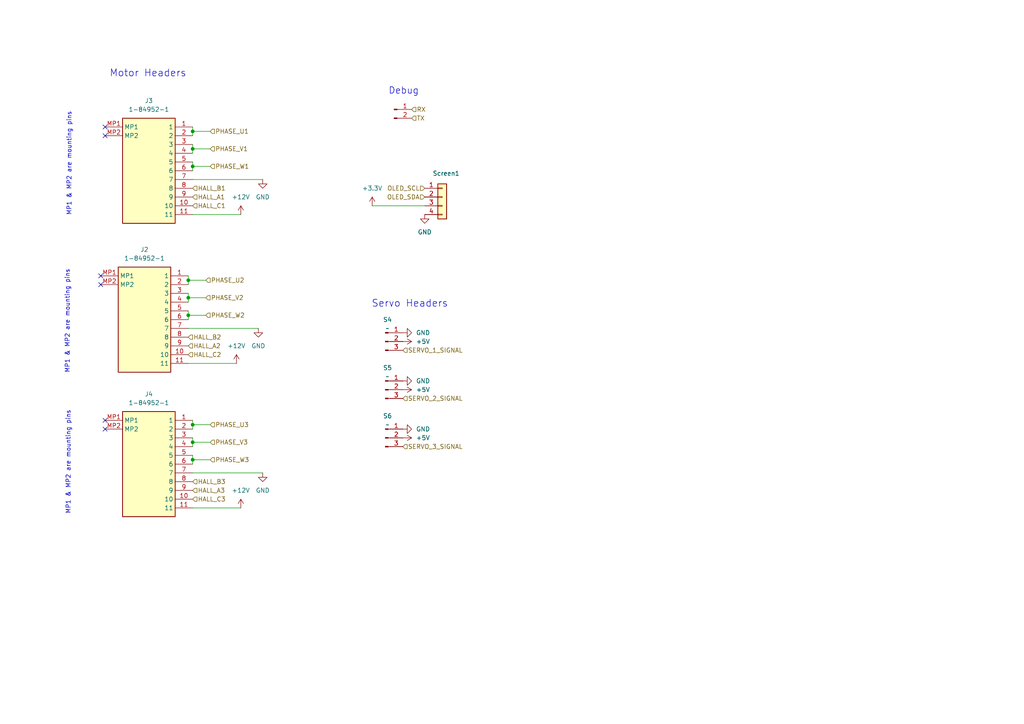
<source format=kicad_sch>
(kicad_sch (version 20231120) (generator "eeschema") (generator_version "8.0")
  (paper "A4")
  (lib_symbols
    (symbol "1-84952-1:1-84952-1"
      (property "Reference" "J" (at 21.59 7.62 0))
      (property "Value" "1-84952-1" (at 21.59 5.08 0))
      (symbol "1-84952-1_1_1"
        (rectangle (start 5.08 2.54) (end 20.32 -27.94) (stroke (width 0.254)) (fill (type background)))
        (pin passive line (at 25.4 0 180) (length 5.08) (name "1") (number "1"))
        (pin passive line (at 25.4 -22.86 180) (length 5.08) (name "10") (number "10"))
        (pin passive line (at 25.4 -25.4 180) (length 5.08) (name "11") (number "11"))
        (pin passive line (at 25.4 -2.54 180) (length 5.08) (name "2") (number "2"))
        (pin passive line (at 25.4 -5.08 180) (length 5.08) (name "3") (number "3"))
        (pin passive line (at 25.4 -7.62 180) (length 5.08) (name "4") (number "4"))
        (pin passive line (at 25.4 -10.16 180) (length 5.08) (name "5") (number "5"))
        (pin passive line (at 25.4 -12.7 180) (length 5.08) (name "6") (number "6"))
        (pin passive line (at 25.4 -15.24 180) (length 5.08) (name "7") (number "7"))
        (pin passive line (at 25.4 -17.78 180) (length 5.08) (name "8") (number "8"))
        (pin passive line (at 25.4 -20.32 180) (length 5.08) (name "9") (number "9"))
        (pin passive line (at 0 0 0) (length 5.08) (name "MP1") (number "MP1"))
        (pin passive line (at 0 -2.54 0) (length 5.08) (name "MP2") (number "MP2"))
      )
    )
    (symbol "Connector:Conn_01x02_Pin" (pin_names (offset 1.016) hide)
      (property "Reference" "J" (at 0 2.54 0))
      (property "Value" "Conn_01x02_Pin" (at 0 -5.08 0))
      (symbol "Conn_01x02_Pin_1_1"
        (polyline (pts (xy 1.27 -2.54) (xy 0.8636 -2.54)) (stroke (width 0.1524)))
        (polyline (pts (xy 1.27 0) (xy 0.8636 0)) (stroke (width 0.1524)))
        (rectangle (start 0.8636 -2.413) (end 0 -2.667) (stroke (width 0.1524)) (fill (type outline)))
        (rectangle (start 0.8636 0.127) (end 0 -0.127) (stroke (width 0.1524)) (fill (type outline)))
        (pin passive line (at 5.08 0 180) (length 3.81) (name "Pin_1") (number "1"))
        (pin passive line (at 5.08 -2.54 180) (length 3.81) (name "Pin_2") (number "2"))
      )
    )
    (symbol "Connector:Conn_01x03_Pin" (pin_names (offset 1.016) hide)
      (property "Reference" "J" (at 0 5.08 0))
      (property "Value" "Conn_01x03_Pin" (at 0 -5.08 0))
      (symbol "Conn_01x03_Pin_1_1"
        (polyline (pts (xy 1.27 -2.54) (xy 0.8636 -2.54)) (stroke (width 0.1524)))
        (polyline (pts (xy 1.27 0) (xy 0.8636 0)) (stroke (width 0.1524)))
        (polyline (pts (xy 1.27 2.54) (xy 0.8636 2.54)) (stroke (width 0.1524)))
        (rectangle (start 0.8636 -2.413) (end 0 -2.667) (stroke (width 0.1524)) (fill (type outline)))
        (rectangle (start 0.8636 0.127) (end 0 -0.127) (stroke (width 0.1524)) (fill (type outline)))
        (rectangle (start 0.8636 2.667) (end 0 2.413) (stroke (width 0.1524)) (fill (type outline)))
        (pin passive line (at 5.08 2.54 180) (length 3.81) (name "Pin_1") (number "1"))
        (pin passive line (at 5.08 0 180) (length 3.81) (name "Pin_2") (number "2"))
        (pin passive line (at 5.08 -2.54 180) (length 3.81) (name "Pin_3") (number "3"))
      )
    )
    (symbol "Connector_Generic:Conn_01x04" (pin_names (offset 1.016) hide)
      (property "Reference" "J" (at 0 5.08 0))
      (property "Value" "Conn_01x04" (at 0 -7.62 0))
      (symbol "Conn_01x04_1_1"
        (rectangle (start -1.27 -4.953) (end 0 -5.207) (stroke (width 0.1524)))
        (rectangle (start -1.27 -2.413) (end 0 -2.667) (stroke (width 0.1524)))
        (rectangle (start -1.27 0.127) (end 0 -0.127) (stroke (width 0.1524)))
        (rectangle (start -1.27 2.667) (end 0 2.413) (stroke (width 0.1524)))
        (rectangle (start -1.27 3.81) (end 1.27 -6.35) (stroke (width 0.254)) (fill (type background)))
        (pin passive line (at -5.08 2.54 0) (length 3.81) (name "Pin_1") (number "1"))
        (pin passive line (at -5.08 0 0) (length 3.81) (name "Pin_2") (number "2"))
        (pin passive line (at -5.08 -2.54 0) (length 3.81) (name "Pin_3") (number "3"))
        (pin passive line (at -5.08 -5.08 0) (length 3.81) (name "Pin_4") (number "4"))
      )
    )
    (symbol "power:+12V" (power) (pin_numbers hide) (pin_names (offset 0) hide)
      (property "Value" "+12V" (at 0 3.556 0))
      (symbol "+12V_0_1"
        (polyline (pts (xy -0.762 1.27) (xy 0 2.54)))
        (polyline (pts (xy 0 0) (xy 0 2.54)))
        (polyline (pts (xy 0 2.54) (xy 0.762 1.27)))
      )
      (symbol "+12V_1_1"
        (pin power_in line (at 0 0 90) (length 0) (name "~") (number "1"))
      )
    )
    (symbol "power:+3.3V" (power) (pin_numbers hide) (pin_names (offset 0) hide)
      (property "Value" "+3.3V" (at 0 3.556 0))
      (symbol "+3.3V_0_1"
        (polyline (pts (xy -0.762 1.27) (xy 0 2.54)))
        (polyline (pts (xy 0 0) (xy 0 2.54)))
        (polyline (pts (xy 0 2.54) (xy 0.762 1.27)))
      )
      (symbol "+3.3V_1_1"
        (pin power_in line (at 0 0 90) (length 0) (name "~") (number "1"))
      )
    )
    (symbol "power:+5V" (power) (pin_numbers hide) (pin_names (offset 0) hide)
      (property "Value" "+5V" (at 0 3.556 0))
      (symbol "+5V_0_1"
        (polyline (pts (xy -0.762 1.27) (xy 0 2.54)))
        (polyline (pts (xy 0 0) (xy 0 2.54)))
        (polyline (pts (xy 0 2.54) (xy 0.762 1.27)))
      )
      (symbol "+5V_1_1"
        (pin power_in line (at 0 0 90) (length 0) (name "~") (number "1"))
      )
    )
    (symbol "power:GND" (power) (pin_numbers hide) (pin_names (offset 0) hide)
      (property "Value" "GND" (at 0 -3.81 0))
      (symbol "GND_0_1"
        (polyline (pts (xy 0 0) (xy 0 -1.27) (xy 1.27 -1.27) (xy 0 -2.54) (xy -1.27 -1.27) (xy 0 -1.27)))
      )
      (symbol "GND_1_1"
        (pin power_in line (at 0 0 270) (length 0) (name "~") (number "1"))
      )
    )
  )
  (junction (at 55.88 133.35))
  (junction (at 55.88 48.26))
  (junction (at 54.61 86.36))
  (junction (at 55.88 123.19))
  (junction (at 55.88 38.1))
  (junction (at 54.61 81.28))
  (junction (at 55.88 43.18))
  (junction (at 54.61 91.44))
  (junction (at 55.88 128.27))
  (no_connect (at 29.21 80.01))
  (no_connect (at 30.48 121.92))
  (no_connect (at 30.48 36.83))
  (no_connect (at 30.48 39.37))
  (no_connect (at 30.48 124.46))
  (no_connect (at 29.21 82.55))
  (wire (pts (xy 54.61 86.36) (xy 54.61 87.63)))
  (wire (pts (xy 59.69 81.28) (xy 54.61 81.28)))
  (wire (pts (xy 55.88 121.92) (xy 55.88 123.19)))
  (wire (pts (xy 60.96 48.26) (xy 55.88 48.26)))
  (wire (pts (xy 60.96 128.27) (xy 55.88 128.27)))
  (wire (pts (xy 60.96 133.35) (xy 55.88 133.35)))
  (wire (pts (xy 55.88 43.18) (xy 55.88 44.45)))
  (wire (pts (xy 54.61 81.28) (xy 54.61 82.55)))
  (wire (pts (xy 60.96 123.19) (xy 55.88 123.19)))
  (wire (pts (xy 68.58 105.41) (xy 54.61 105.41)))
  (wire (pts (xy 55.88 127) (xy 55.88 128.27)))
  (wire (pts (xy 60.96 38.1) (xy 55.88 38.1)))
  (wire (pts (xy 55.88 128.27) (xy 55.88 129.54)))
  (wire (pts (xy 55.88 46.99) (xy 55.88 48.26)))
  (wire (pts (xy 54.61 80.01) (xy 54.61 81.28)))
  (wire (pts (xy 54.61 95.25) (xy 74.93 95.25)))
  (wire (pts (xy 55.88 123.19) (xy 55.88 124.46)))
  (wire (pts (xy 60.96 43.18) (xy 55.88 43.18)))
  (wire (pts (xy 55.88 137.16) (xy 76.2 137.16)))
  (wire (pts (xy 69.85 62.23) (xy 55.88 62.23)))
  (wire (pts (xy 55.88 48.26) (xy 55.88 49.53)))
  (wire (pts (xy 59.69 91.44) (xy 54.61 91.44)))
  (wire (pts (xy 54.61 85.09) (xy 54.61 86.36)))
  (wire (pts (xy 55.88 132.08) (xy 55.88 133.35)))
  (wire (pts (xy 54.61 90.17) (xy 54.61 91.44)))
  (wire (pts (xy 59.69 86.36) (xy 54.61 86.36)))
  (wire (pts (xy 55.88 36.83) (xy 55.88 38.1)))
  (wire (pts (xy 54.61 91.44) (xy 54.61 92.71)))
  (wire (pts (xy 55.88 52.07) (xy 76.2 52.07)))
  (wire (pts (xy 55.88 133.35) (xy 55.88 134.62)))
  (wire (pts (xy 107.95 59.69) (xy 123.19 59.69)))
  (wire (pts (xy 55.88 38.1) (xy 55.88 39.37)))
  (wire (pts (xy 55.88 41.91) (xy 55.88 43.18)))
  (wire (pts (xy 69.85 147.32) (xy 55.88 147.32)))
  (text "MP1 & MP2 are mounting pins" (at 19.558 93.218 90) (effects (font (size 1.27 1.27))))
  (text "MP1 & MP2 are mounting pins" (at 20.066 47.498 90) (effects (font (size 1.27 1.27))))
  (text "Motor Headers" (at 42.926 21.336 0) (effects (font (size 2.032 2.032))))
  (text "Debug" (at 117.094 26.416 0) (effects (font (size 1.905 1.905))))
  (text "Servo Headers" (at 118.872 88.138 0) (effects (font (size 2.032 2.032))))
  (text "MP1 & MP2 are mounting pins" (at 19.812 134.112 90) (effects (font (size 1.27 1.27))))
  (hierarchical_label "PHASE_U3" (shape input) (at 60.96 123.19 0))
  (hierarchical_label "RX" (shape input) (at 119.38 31.75 0))
  (hierarchical_label "OLED_SCL" (shape input) (at 123.19 54.61 180))
  (hierarchical_label "PHASE_U2" (shape input) (at 59.69 81.28 0))
  (hierarchical_label "HALL_A2" (shape input) (at 54.61 100.33 0))
  (hierarchical_label "PHASE_W1" (shape input) (at 60.96 48.26 0))
  (hierarchical_label "HALL_B1" (shape input) (at 55.88 54.61 0))
  (hierarchical_label "HALL_B2" (shape input) (at 54.61 97.79 0))
  (hierarchical_label "OLED_SDA" (shape input) (at 123.19 57.15 180))
  (hierarchical_label "HALL_B3" (shape input) (at 55.88 139.7 0))
  (hierarchical_label "PHASE_W2" (shape input) (at 59.69 91.44 0))
  (hierarchical_label "PHASE_V1" (shape input) (at 60.96 43.18 0))
  (hierarchical_label "PHASE_U1" (shape input) (at 60.96 38.1 0))
  (hierarchical_label "PHASE_V2" (shape input) (at 59.69 86.36 0))
  (hierarchical_label "PHASE_V3" (shape input) (at 60.96 128.27 0))
  (hierarchical_label "PHASE_W3" (shape input) (at 60.96 133.35 0))
  (hierarchical_label "HALL_A1" (shape input) (at 55.88 57.15 0))
  (hierarchical_label "SERVO_3_SIGNAL" (shape input) (at 116.84 129.54 0))
  (hierarchical_label "TX" (shape input) (at 119.38 34.29 0))
  (hierarchical_label "HALL_C1" (shape input) (at 55.88 59.69 0))
  (hierarchical_label "HALL_A3" (shape input) (at 55.88 142.24 0))
  (hierarchical_label "HALL_C3" (shape input) (at 55.88 144.78 0))
  (hierarchical_label "SERVO_2_SIGNAL" (shape input) (at 116.84 115.57 0))
  (hierarchical_label "SERVO_1_SIGNAL" (shape input) (at 116.84 101.6 0))
  (hierarchical_label "HALL_C2" (shape input) (at 54.61 102.87 0))
  (symbol (lib_id "power:GND") (at 76.2 137.16 0) (unit 1)
    (property "Reference" "#PWR0167" (effects (hide yes)))
    (property "Value" "GND" (at 76.2 142.24 0))
    (property "Description" "Power symbol creates a global label with name \"GND\" , ground" (effects (hide yes)))
    (instances (project "motordriver" (path "" (reference "#PWR0167") (unit 1)) (path "" (reference "#PWR092") (unit 1))))
  )
  (symbol (lib_id "power:+5V") (at 116.84 99.06 270) (unit 1)
    (property "Reference" "#PWR0169" (effects (hide yes)))
    (property "Value" "+5V" (at 120.65 99.0599 90) (effects (justify left)))
    (property "Description" "Power symbol creates a global label with name \"+5V\"" (effects (hide yes)))
    (instances (project "motordriver" (path "" (reference "#PWR0169") (unit 1)) (path "" (reference "#PWR?") (unit 1))))
  )
  (symbol (lib_id "Connector:Conn_01x02_Pin") (at 114.3 31.75 0) (unit 1)
    (property "Reference" "DB?" (effects (hide yes)))
    (property "Value" "Conn_01x02_Pin" (effects (hide yes)))
    (property "Description" "Generic connector, single row, 01x02, script generated" (effects (hide yes)))
  )
  (symbol (lib_id "1-84952-1:1-84952-1") (at 29.21 80.01 0) (unit 1)
    (property "Reference" "J2" (at 41.91 72.39 0))
    (property "Value" "1-84952-1" (at 41.91 74.93 0))
    (property "Footprint" "1849521" (effects (hide yes)))
    (property "Datasheet" "https://componentsearchengine.com/Datasheets/2/1-84952-1.pdf" (effects (hide yes)))
    (property "Description" "FFC & FPC Connectors 1MM FPC HORZ .BTTM CONT.ASS.11P" (effects (hide yes)))
    (property "Height" "2.74" (effects (hide yes)))
    (property "Mouser Part Number" "571-1-84952-1" (effects (hide yes)))
    (property "Mouser Price/Stock" "https://www.mouser.co.uk/ProductDetail/TE-Connectivity/1-84952-1?qs=uUkeXfjQ8uS9Vjbveobf0Q%3D%3D" (effects (hide yes)))
    (property "Manufacturer_Name" "TE Connectivity" (effects (hide yes)))
    (property "Manufacturer_Part_Number" "1-84952-1" (effects (hide yes)))
    (instances (project "motordriver" (path "" (reference "J2") (unit 1)) (path "" (reference "J5") (unit 1))))
  )
  (symbol (lib_id "Connector_Generic:Conn_01x04") (at 128.27 57.15 0) (unit 1)
    (property "Reference" "Screen1" (at 125.476 50.292 0) (effects (justify left)))
    (property "Value" "Conn_01x04" (effects (hide yes)))
    (property "Footprint" "Connector_PinHeader_2.00mm:PinHeader_1x04_P2.00mm_Horizontal" (effects (hide yes)))
    (instances (project "motordriver" (path "" (reference "Screen1") (unit 1)) (path "" (reference "Screen") (unit 1))))
  )
  (symbol (lib_id "power:+3.3V") (at 107.95 59.69 0) (unit 1)
    (property "Reference" "#PWR0174" (effects (hide yes)))
    (property "Value" "+3.3V" (at 107.95 54.61 0))
    (property "Description" "Power symbol creates a global label with name \"+3.3V\"" (effects (hide yes)))
    (instances (project "motordriver" (path "" (reference "#PWR0174") (unit 1)) (path "" (reference "#PWR?") (unit 1))))
  )
  (symbol (lib_id "Connector:Conn_01x03_Pin") (at 111.76 99.06 0) (unit 1)
    (property "Reference" "S4" (at 112.395 92.71 0))
    (property "Value" "~" (at 112.395 95.25 0))
    (property "Description" "Generic connector, single row, 01x03, script generated" (effects (hide yes)))
    (instances (project "motordriver" (path "" (reference "S4") (unit 1)) (path "" (reference "S?") (unit 1))))
  )
  (symbol (lib_id "power:+5V") (at 116.84 127 270) (unit 1)
    (property "Reference" "#PWR0173" (effects (hide yes)))
    (property "Value" "+5V" (at 120.65 126.9999 90) (effects (justify left)))
    (property "Description" "Power symbol creates a global label with name \"+5V\"" (effects (hide yes)))
    (instances (project "motordriver" (path "" (reference "#PWR0173") (unit 1)) (path "" (reference "#PWR0161") (unit 1))))
  )
  (symbol (lib_id "power:+12V") (at 69.85 62.23 0) (unit 1)
    (property "Reference" "#PWR0163" (effects (hide yes)))
    (property "Value" "+12V" (at 69.85 57.15 0))
    (property "Description" "Power symbol creates a global label with name \"+12V\"" (effects (hide yes)))
    (instances (project "motordriver" (path "" (reference "#PWR0163") (unit 1)) (path "" (reference "#PWR061") (unit 1))))
  )
  (symbol (lib_id "1-84952-1:1-84952-1") (at 30.48 121.92 0) (unit 1)
    (property "Reference" "J4" (at 43.18 114.3 0))
    (property "Value" "1-84952-1" (at 43.18 116.84 0))
    (property "Footprint" "1849521" (effects (hide yes)))
    (property "Datasheet" "https://componentsearchengine.com/Datasheets/2/1-84952-1.pdf" (effects (hide yes)))
    (property "Description" "FFC & FPC Connectors 1MM FPC HORZ .BTTM CONT.ASS.11P" (effects (hide yes)))
    (property "Height" "2.74" (effects (hide yes)))
    (property "Mouser Part Number" "571-1-84952-1" (effects (hide yes)))
    (property "Mouser Price/Stock" "https://www.mouser.co.uk/ProductDetail/TE-Connectivity/1-84952-1?qs=uUkeXfjQ8uS9Vjbveobf0Q%3D%3D" (effects (hide yes)))
    (property "Manufacturer_Name" "TE Connectivity" (effects (hide yes)))
    (property "Manufacturer_Part_Number" "1-84952-1" (effects (hide yes)))
    (instances (project "motordriver" (path "" (reference "J4") (unit 1)) (path "" (reference "J7") (unit 1))))
  )
  (symbol (lib_id "power:GND") (at 76.2 52.07 0) (unit 1)
    (property "Reference" "#PWR0166" (effects (hide yes)))
    (property "Value" "GND" (at 76.2 57.15 0))
    (property "Description" "Power symbol creates a global label with name \"GND\" , ground" (effects (hide yes)))
    (instances (project "motordriver" (path "" (reference "#PWR0166") (unit 1)) (path "" (reference "#PWR091") (unit 1))))
  )
  (symbol (lib_id "Connector:Conn_01x03_Pin") (at 111.76 127 0) (unit 1)
    (property "Reference" "S6" (at 112.395 120.65 0))
    (property "Value" "~" (at 112.395 123.19 0))
    (property "Description" "Generic connector, single row, 01x03, script generated" (effects (hide yes)))
    (instances (project "motordriver" (path "" (reference "S6") (unit 1)) (path "" (reference "S3") (unit 1))))
  )
  (symbol (lib_id "power:GND") (at 123.19 62.23 0) (unit 1)
    (property "Reference" "#PWR0175" (effects (hide yes)))
    (property "Value" "GND" (at 123.19 67.31 0))
    (property "Description" "Power symbol creates a global label with name \"GND\" , ground" (effects (hide yes)))
    (instances (project "motordriver" (path "" (reference "#PWR0175") (unit 1)) (path "" (reference "#PWR?") (unit 1))))
  )
  (symbol (lib_id "power:+12V") (at 69.85 147.32 0) (unit 1)
    (property "Reference" "#PWR0164" (effects (hide yes)))
    (property "Value" "+12V" (at 69.85 142.24 0))
    (property "Description" "Power symbol creates a global label with name \"+12V\"" (effects (hide yes)))
    (instances (project "motordriver" (path "" (reference "#PWR0164") (unit 1)) (path "" (reference "#PWR063") (unit 1))))
  )
  (symbol (lib_id "power:GND") (at 74.93 95.25 0) (unit 1)
    (property "Reference" "#PWR0165" (effects (hide yes)))
    (property "Value" "GND" (at 74.93 100.33 0))
    (property "Description" "Power symbol creates a global label with name \"GND\" , ground" (effects (hide yes)))
    (instances (project "motordriver" (path "" (reference "#PWR0165") (unit 1)) (path "" (reference "#PWR090") (unit 1))))
  )
  (symbol (lib_id "1-84952-1:1-84952-1") (at 30.48 36.83 0) (unit 1)
    (property "Reference" "J3" (at 43.18 29.21 0))
    (property "Value" "1-84952-1" (at 43.18 31.75 0))
    (property "Footprint" "1849521" (effects (hide yes)))
    (property "Datasheet" "https://componentsearchengine.com/Datasheets/2/1-84952-1.pdf" (effects (hide yes)))
    (property "Description" "FFC & FPC Connectors 1MM FPC HORZ .BTTM CONT.ASS.11P" (effects (hide yes)))
    (property "Height" "2.74" (effects (hide yes)))
    (property "Mouser Part Number" "571-1-84952-1" (effects (hide yes)))
    (property "Mouser Price/Stock" "https://www.mouser.co.uk/ProductDetail/TE-Connectivity/1-84952-1?qs=uUkeXfjQ8uS9Vjbveobf0Q%3D%3D" (effects (hide yes)))
    (property "Manufacturer_Name" "TE Connectivity" (effects (hide yes)))
    (property "Manufacturer_Part_Number" "1-84952-1" (effects (hide yes)))
    (instances (project "motordriver" (path "" (reference "J3") (unit 1)) (path "" (reference "J6") (unit 1))))
  )
  (symbol (lib_id "power:+5V") (at 116.84 113.03 270) (unit 1)
    (property "Reference" "#PWR0171" (effects (hide yes)))
    (property "Value" "+5V" (at 120.65 113.0299 90) (effects (justify left)))
    (property "Description" "Power symbol creates a global label with name \"+5V\"" (effects (hide yes)))
    (instances (project "motordriver" (path "" (reference "#PWR0171") (unit 1)) (path "" (reference "#PWR0159") (unit 1))))
  )
  (symbol (lib_id "power:GND") (at 116.84 124.46 90) (unit 1)
    (property "Reference" "#PWR0172" (effects (hide yes)))
    (property "Value" "GND" (at 120.65 124.4599 90) (effects (justify right)))
    (property "Description" "Power symbol creates a global label with name \"GND\" , ground" (effects (hide yes)))
    (instances (project "motordriver" (path "" (reference "#PWR0172") (unit 1)) (path "" (reference "#PWR0160") (unit 1))))
  )
  (symbol (lib_id "power:GND") (at 116.84 96.52 90) (unit 1)
    (property "Reference" "#PWR0168" (effects (hide yes)))
    (property "Value" "GND" (at 120.65 96.5199 90) (effects (justify right)))
    (property "Description" "Power symbol creates a global label with name \"GND\" , ground" (effects (hide yes)))
    (instances (project "motordriver" (path "" (reference "#PWR0168") (unit 1)) (path "" (reference "#PWR?") (unit 1))))
  )
  (symbol (lib_id "power:+12V") (at 68.58 105.41 0) (unit 1)
    (property "Reference" "#PWR0162" (effects (hide yes)))
    (property "Value" "+12V" (at 68.58 100.33 0))
    (property "Description" "Power symbol creates a global label with name \"+12V\"" (effects (hide yes)))
    (instances (project "motordriver" (path "" (reference "#PWR0162") (unit 1)) (path "" (reference "#PWR060") (unit 1))))
  )
  (symbol (lib_id "power:GND") (at 116.84 110.49 90) (unit 1)
    (property "Reference" "#PWR0170" (effects (hide yes)))
    (property "Value" "GND" (at 120.65 110.4899 90) (effects (justify right)))
    (property "Description" "Power symbol creates a global label with name \"GND\" , ground" (effects (hide yes)))
    (instances (project "motordriver" (path "" (reference "#PWR0170") (unit 1)) (path "" (reference "#PWR0158") (unit 1))))
  )
  (symbol (lib_id "Connector:Conn_01x03_Pin") (at 111.76 113.03 0) (unit 1)
    (property "Reference" "S5" (at 112.395 106.68 0))
    (property "Value" "~" (at 112.395 109.22 0))
    (property "Description" "Generic connector, single row, 01x03, script generated" (effects (hide yes)))
    (instances (project "motordriver" (path "" (reference "S5") (unit 1)) (path "" (reference "S2") (unit 1))))
  )
)
</source>
